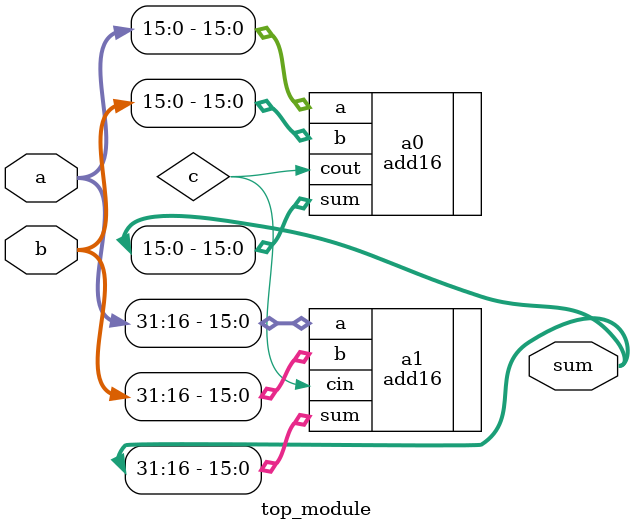
<source format=v>
module top_module(
    input [31:0] a,
    input [31:0] b,
    output [31:0] sum
);
    wire c;
    add16 a0 (.a(a[15:0]), .b(b[15:0]), .sum(sum[15:0]), .cout(c));
    add16 a1 (.a(a[31:16]), .b(b[31:16]), .cin(c), .sum(sum[31:16]));

  // m = 2: using positional connection
  // add16 a0 (a[15:0], b[15:0], 1'b0, sum[15:0], c);
  // add16 a1 (a[31:16], b[31:16], c, sum[31:16]);

endmodule

</source>
